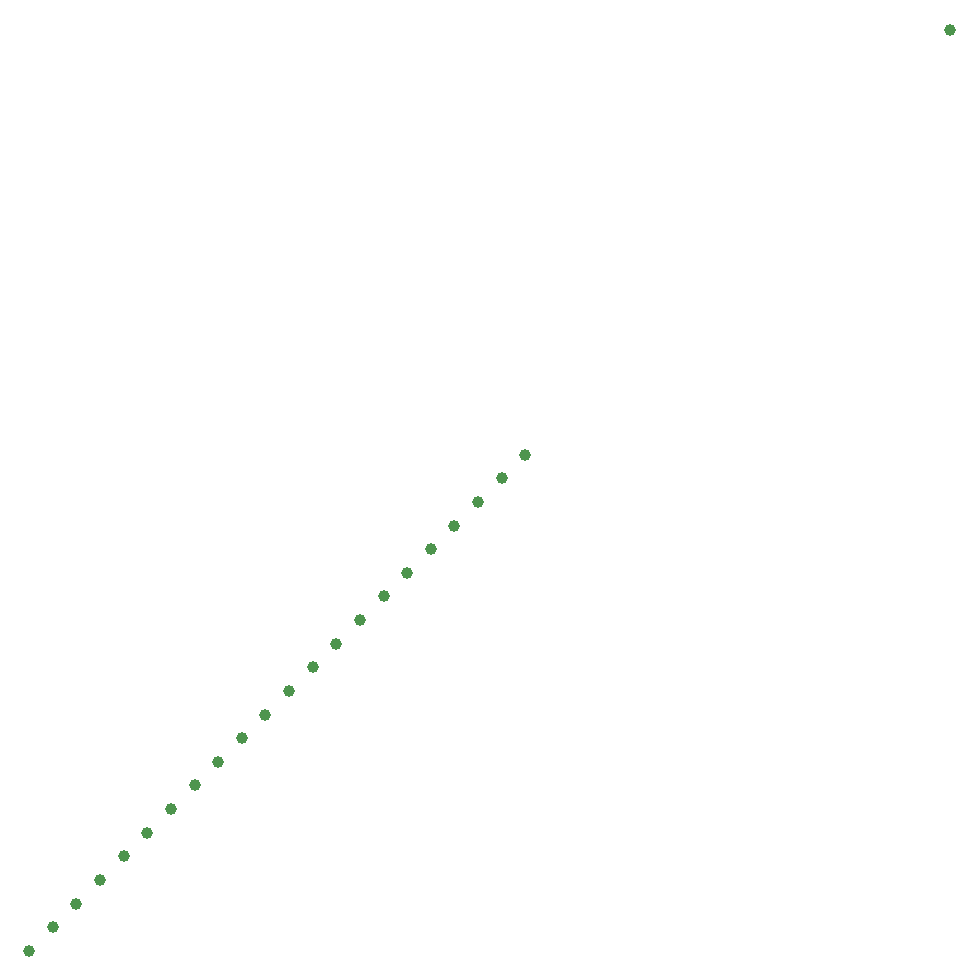
<source format=gbr>
G04 Examples for testing time performance of Gerber parsers*
%FSLAX26Y26*%
%MOMM*%
%ADD10C,1*%
%LPD*%
D10*
X0Y0D03*
X78000000Y78000000D03*
X2000000Y2000000D03*
X4000000Y4000000D03*
X6000000Y6000000D03*
X8000000Y8000000D03*
X10000000Y10000000D03*
X12000000Y12000000D03*
X14000000Y14000000D03*
X16000000Y16000000D03*
X18000000Y18000000D03*
X20000000Y20000000D03*
X22000000Y22000000D03*
X24000000Y24000000D03*
X26000000Y26000000D03*
X28000000Y28000000D03*
X30000000Y30000000D03*
X32000000Y32000000D03*
X34000000Y34000000D03*
X36000000Y36000000D03*
X38000000Y38000000D03*
X40000000Y40000000D03*
X42000000Y42000000D03*
M02*

</source>
